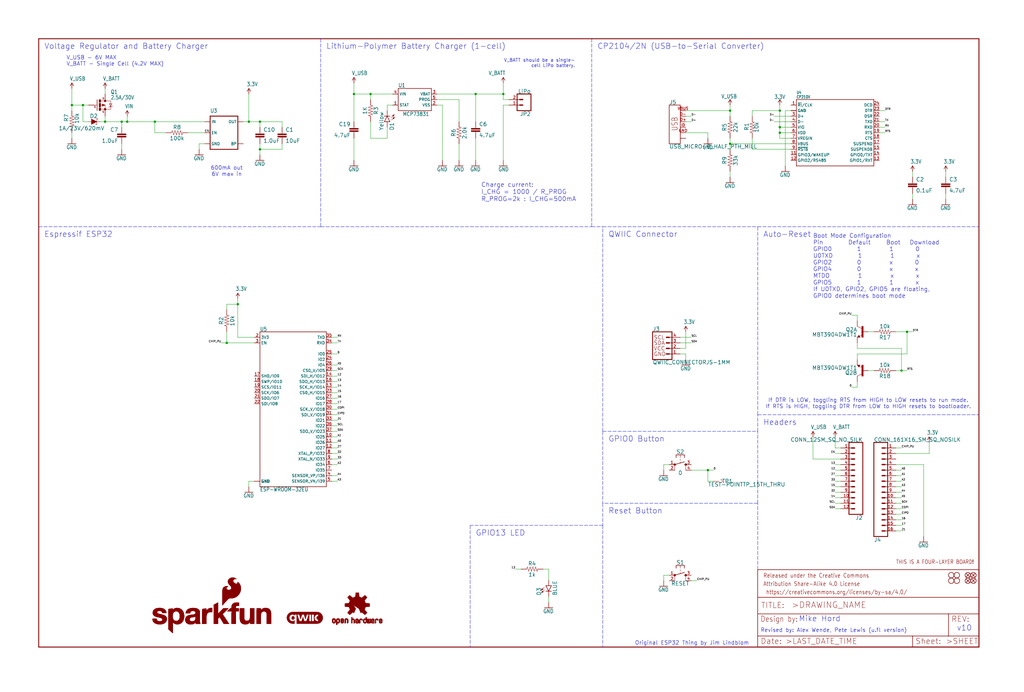
<source format=kicad_sch>
(kicad_sch (version 20211123) (generator eeschema)
  (paper "User" 470.306 317.906)
  (lib_symbols
    (symbol "schematicEagle-eagle-import:0.1UF-0402T-16V-10%"
      (property "Reference" "C" (at 1.524 2.921 0))
      (property "Value" "0.1UF-0402T-16V-10%" (at 1.524 -2.159 0))
      (symbol "0.1UF-0402T-16V-10%_1_0"
        (pin passive line (at 0 5.08 270) (length 2.54) (name "1") (number "1"))
        (pin passive line (at 0 -2.54 90) (length 2.54) (name "2") (number "2"))
      )
    )
    (symbol "schematicEagle-eagle-import:1.0UF-0402T-16V-10%"
      (property "Reference" "C" (at 1.524 2.921 0))
      (property "Value" "1.0UF-0402T-16V-10%" (at 1.524 -2.159 0))
      (symbol "1.0UF-0402T-16V-10%_1_0"
        (pin passive line (at 0 5.08 270) (length 2.54) (name "1") (number "1"))
        (pin passive line (at 0 -2.54 90) (length 2.54) (name "2") (number "2"))
      )
    )
    (symbol "schematicEagle-eagle-import:100KOHM-0402T-1{slash}16W-1%"
      (property "Reference" "R" (at 0 1.524 0))
      (property "Value" "100KOHM-0402T-1{slash}16W-1%" (at 0 -1.524 0))
      (symbol "100KOHM-0402T-1{slash}16W-1%_1_0"
        (pin passive line (at -5.08 0 0) (length 2.54) (name "1") (number "1"))
        (pin passive line (at 5.08 0 180) (length 2.54) (name "2") (number "2"))
      )
    )
    (symbol "schematicEagle-eagle-import:10KOHM-0603-1{slash}10W-1%"
      (property "Reference" "R" (at 0 1.524 0))
      (property "Value" "10KOHM-0603-1{slash}10W-1%" (at 0 -1.524 0))
      (symbol "10KOHM-0603-1{slash}10W-1%_1_0"
        (pin passive line (at -5.08 0 0) (length 2.54) (name "1") (number "1"))
        (pin passive line (at 5.08 0 180) (length 2.54) (name "2") (number "2"))
      )
    )
    (symbol "schematicEagle-eagle-import:10UF-0603-6.3V-20%"
      (property "Reference" "C" (at 1.524 2.921 0))
      (property "Value" "10UF-0603-6.3V-20%" (at 1.524 -2.159 0))
      (symbol "10UF-0603-6.3V-20%_1_0"
        (pin passive line (at 0 5.08 270) (length 2.54) (name "1") (number "1"))
        (pin passive line (at 0 -2.54 90) (length 2.54) (name "2") (number "2"))
      )
    )
    (symbol "schematicEagle-eagle-import:1KOHM-0603-1{slash}10W-1%"
      (property "Reference" "R" (at 0 1.524 0))
      (property "Value" "1KOHM-0603-1{slash}10W-1%" (at 0 -1.524 0))
      (symbol "1KOHM-0603-1{slash}10W-1%_1_0"
        (pin passive line (at -5.08 0 0) (length 2.54) (name "1") (number "1"))
        (pin passive line (at 5.08 0 180) (length 2.54) (name "2") (number "2"))
      )
    )
    (symbol "schematicEagle-eagle-import:1KOHM-1{slash}10W-1%(0603)"
      (property "Reference" "R" (at 0 1.524 0))
      (property "Value" "1KOHM-1{slash}10W-1%(0603)" (at 0 -1.524 0))
      (symbol "1KOHM-1{slash}10W-1%(0603)_1_0"
        (pin passive line (at -5.08 0 0) (length 2.54) (name "1") (number "1"))
        (pin passive line (at 5.08 0 180) (length 2.54) (name "2") (number "2"))
      )
    )
    (symbol "schematicEagle-eagle-import:2.0KOHM1{slash}10W5%(0603)"
      (property "Reference" "R" (at 0 1.524 0))
      (property "Value" "2.0KOHM1{slash}10W5%(0603)" (at 0 -1.524 0))
      (symbol "2.0KOHM1{slash}10W5%(0603)_1_0"
        (pin passive line (at -5.08 0 0) (length 2.54) (name "1") (number "1"))
        (pin passive line (at 5.08 0 180) (length 2.54) (name "2") (number "2"))
      )
    )
    (symbol "schematicEagle-eagle-import:22KOHM-0402_TIGHT-1{slash}10W-1%"
      (property "Reference" "R" (at 0 1.524 0))
      (property "Value" "22KOHM-0402_TIGHT-1{slash}10W-1%" (at 0 -1.524 0))
      (symbol "22KOHM-0402_TIGHT-1{slash}10W-1%_1_0"
        (pin passive line (at -5.08 0 0) (length 2.54) (name "1") (number "1"))
        (pin passive line (at 5.08 0 180) (length 2.54) (name "2") (number "2"))
      )
    )
    (symbol "schematicEagle-eagle-import:3.3V" (power)
      (property "Value" "3.3V" (at 0 2.794 0))
      (symbol "3.3V_1_0"
        (pin power_in line (at 0 0 90) (length 2.54) (name "3.3V") (number "1"))
      )
    )
    (symbol "schematicEagle-eagle-import:33KOHM-0402T-1{slash}16W-1%"
      (property "Reference" "R" (at 0 1.524 0))
      (property "Value" "33KOHM-0402T-1{slash}16W-1%" (at 0 -1.524 0))
      (symbol "33KOHM-0402T-1{slash}16W-1%_1_0"
        (pin passive line (at -5.08 0 0) (length 2.54) (name "1") (number "1"))
        (pin passive line (at 5.08 0 180) (length 2.54) (name "2") (number "2"))
      )
    )
    (symbol "schematicEagle-eagle-import:4.7UF-0402_TIGHT-6.3V-20%-X5R"
      (property "Reference" "C" (at 1.524 2.921 0))
      (property "Value" "4.7UF-0402_TIGHT-6.3V-20%-X5R" (at 1.524 -2.159 0))
      (symbol "4.7UF-0402_TIGHT-6.3V-20%-X5R_1_0"
        (pin passive line (at 0 5.08 270) (length 2.54) (name "1") (number "1"))
        (pin passive line (at 0 -2.54 90) (length 2.54) (name "2") (number "2"))
      )
    )
    (symbol "schematicEagle-eagle-import:CONN_02-JST-2MM-SMT"
      (property "Reference" "J" (at -2.54 5.588 0))
      (property "Value" "CONN_02-JST-2MM-SMT" (at -2.54 -4.826 0))
      (symbol "CONN_02-JST-2MM-SMT_1_0"
        (pin passive line (at 7.62 2.54 180) (length 5.08) (name "2") (number "1"))
        (pin passive line (at 7.62 0 180) (length 5.08) (name "1") (number "2"))
      )
    )
    (symbol "schematicEagle-eagle-import:CONN_12SM_SQ_NO_SILK"
      (property "Reference" "J" (at 0 15.748 0))
      (property "Value" "CONN_12SM_SQ_NO_SILK" (at 0 -20.066 0))
      (symbol "CONN_12SM_SQ_NO_SILK_1_0"
        (pin passive line (at 10.16 -15.24 180) (length 5.08) (name "1") (number "1"))
        (pin passive line (at 10.16 7.62 180) (length 5.08) (name "10") (number "10"))
        (pin passive line (at 10.16 10.16 180) (length 5.08) (name "11") (number "11"))
        (pin passive line (at 10.16 12.7 180) (length 5.08) (name "12") (number "12"))
        (pin passive line (at 10.16 -12.7 180) (length 5.08) (name "2") (number "2"))
        (pin passive line (at 10.16 -10.16 180) (length 5.08) (name "3") (number "3"))
        (pin passive line (at 10.16 -7.62 180) (length 5.08) (name "4") (number "4"))
        (pin passive line (at 10.16 -5.08 180) (length 5.08) (name "5") (number "5"))
        (pin passive line (at 10.16 -2.54 180) (length 5.08) (name "6") (number "6"))
        (pin passive line (at 10.16 0 180) (length 5.08) (name "7") (number "7"))
        (pin passive line (at 10.16 2.54 180) (length 5.08) (name "8") (number "8"))
        (pin passive line (at 10.16 5.08 180) (length 5.08) (name "9") (number "9"))
      )
    )
    (symbol "schematicEagle-eagle-import:CONN_161X16_SM_SQ_NOSILK"
      (property "Reference" "J" (at 0 20.828 0))
      (property "Value" "CONN_161X16_SM_SQ_NOSILK" (at 0 -25.146 0))
      (symbol "CONN_161X16_SM_SQ_NOSILK_1_0"
        (pin passive line (at 10.16 -20.32 180) (length 5.08) (name "1") (number "1"))
        (pin passive line (at 10.16 2.54 180) (length 5.08) (name "10") (number "10"))
        (pin passive line (at 10.16 5.08 180) (length 5.08) (name "11") (number "11"))
        (pin passive line (at 10.16 7.62 180) (length 5.08) (name "12") (number "12"))
        (pin passive line (at 10.16 10.16 180) (length 5.08) (name "13") (number "13"))
        (pin passive line (at 10.16 12.7 180) (length 5.08) (name "14") (number "14"))
        (pin passive line (at 10.16 15.24 180) (length 5.08) (name "15") (number "15"))
        (pin passive line (at 10.16 17.78 180) (length 5.08) (name "16") (number "16"))
        (pin passive line (at 10.16 -17.78 180) (length 5.08) (name "2") (number "2"))
        (pin passive line (at 10.16 -15.24 180) (length 5.08) (name "3") (number "3"))
        (pin passive line (at 10.16 -12.7 180) (length 5.08) (name "4") (number "4"))
        (pin passive line (at 10.16 -10.16 180) (length 5.08) (name "5") (number "5"))
        (pin passive line (at 10.16 -7.62 180) (length 5.08) (name "6") (number "6"))
        (pin passive line (at 10.16 -5.08 180) (length 5.08) (name "7") (number "7"))
        (pin passive line (at 10.16 -2.54 180) (length 5.08) (name "8") (number "8"))
        (pin passive line (at 10.16 0 180) (length 5.08) (name "9") (number "9"))
      )
    )
    (symbol "schematicEagle-eagle-import:CP2102N"
      (property "Reference" "U" (at -17.78 17.78 0))
      (property "Value" "CP2102N" (at -17.78 15.748 0))
      (symbol "CP2102N_1_0"
        (pin bidirectional line (at -20.32 12.7 0) (length 2.54) (name "~{RI}/CLK") (number "1"))
        (pin bidirectional line (at -20.32 -10.16 0) (length 2.54) (name "GPIO3/WAKEUP") (number "11"))
        (pin bidirectional line (at -20.32 -12.7 0) (length 2.54) (name "GPIO2/RS485") (number "12"))
        (pin bidirectional line (at 20.32 -12.7 180) (length 2.54) (name "GPIO1/RXT") (number "13"))
        (pin bidirectional line (at 20.32 -10.16 180) (length 2.54) (name "GPIO0/TXT") (number "14"))
        (pin bidirectional line (at 20.32 -7.62 180) (length 2.54) (name "SUSPENDB") (number "15"))
        (pin bidirectional line (at 20.32 -5.08 180) (length 2.54) (name "SUSPEND") (number "17"))
        (pin bidirectional line (at 20.32 -2.54 180) (length 2.54) (name "CTS") (number "18"))
        (pin bidirectional line (at 20.32 0 180) (length 2.54) (name "RTS") (number "19"))
        (pin bidirectional line (at -20.32 10.16 0) (length 2.54) (name "GND") (number "2"))
        (pin bidirectional line (at 20.32 2.54 180) (length 2.54) (name "RXD") (number "20"))
        (pin bidirectional line (at 20.32 5.08 180) (length 2.54) (name "TXD") (number "21"))
        (pin bidirectional line (at 20.32 7.62 180) (length 2.54) (name "DSR") (number "22"))
        (pin bidirectional line (at 20.32 10.16 180) (length 2.54) (name "DTR") (number "23"))
        (pin bidirectional line (at 20.32 12.7 180) (length 2.54) (name "DCD") (number "24"))
        (pin bidirectional line (at -20.32 7.62 0) (length 2.54) (name "D+") (number "3"))
        (pin bidirectional line (at -20.32 5.08 0) (length 2.54) (name "D-") (number "4"))
        (pin bidirectional line (at -20.32 2.54 0) (length 2.54) (name "VIO") (number "5"))
        (pin bidirectional line (at -20.32 0 0) (length 2.54) (name "VDD") (number "6"))
        (pin bidirectional line (at -20.32 -2.54 0) (length 2.54) (name "VREGIN") (number "7"))
        (pin bidirectional line (at -20.32 -5.08 0) (length 2.54) (name "VBUS") (number "8"))
        (pin bidirectional line (at -20.32 -7.62 0) (length 2.54) (name "~{RSTB}") (number "9"))
        (pin bidirectional line (at -20.32 10.16 0) (length 2.54) (name "GND") (number "PAD"))
      )
    )
    (symbol "schematicEagle-eagle-import:DIODE-SCHOTTKY-BAT20J"
      (property "Reference" "D" (at -2.54 2.032 0))
      (property "Value" "DIODE-SCHOTTKY-BAT20J" (at -2.54 -2.032 0))
      (symbol "DIODE-SCHOTTKY-BAT20J_1_0"
        (pin passive line (at -2.54 0 0) (length 0) (name "A") (number "A"))
        (pin passive line (at 2.54 0 180) (length 0) (name "C") (number "C"))
      )
    )
    (symbol "schematicEagle-eagle-import:ESP-WROOM-3232U-NARROW"
      (property "Reference" "U" (at -15.24 35.814 0))
      (property "Value" "ESP-WROOM-3232U-NARROW" (at -15.24 -35.814 0))
      (symbol "ESP-WROOM-3232U-NARROW_1_0"
        (pin bidirectional line (at -17.78 -33.02 0) (length 2.54) (name "GND") (number "1"))
        (pin bidirectional line (at 17.78 -12.7 180) (length 2.54) (name "IO25") (number "10"))
        (pin bidirectional line (at 17.78 -15.24 180) (length 2.54) (name "IO26") (number "11"))
        (pin bidirectional line (at 17.78 -17.78 180) (length 2.54) (name "IO27") (number "12"))
        (pin bidirectional line (at 17.78 10.16 180) (length 2.54) (name "SCK_H/IO14") (number "13"))
        (pin bidirectional line (at 17.78 15.24 180) (length 2.54) (name "SDI_H/IO12") (number "14"))
        (pin bidirectional line (at -17.78 -33.02 0) (length 2.54) (name "GND") (number "15"))
        (pin bidirectional line (at 17.78 12.7 180) (length 2.54) (name "SDO_H/IO13") (number "16"))
        (pin bidirectional line (at -17.78 15.24 0) (length 2.54) (name "SHD/IO9") (number "17"))
        (pin bidirectional line (at -17.78 12.7 0) (length 2.54) (name "SWP/IO10") (number "18"))
        (pin bidirectional line (at -17.78 10.16 0) (length 2.54) (name "SCS/IO11") (number "19"))
        (pin bidirectional line (at -17.78 33.02 0) (length 2.54) (name "3V3") (number "2"))
        (pin bidirectional line (at -17.78 7.62 0) (length 2.54) (name "SCK/IO6") (number "20"))
        (pin bidirectional line (at -17.78 5.08 0) (length 2.54) (name "SDO/IO7") (number "21"))
        (pin bidirectional line (at -17.78 2.54 0) (length 2.54) (name "SDI/IO8") (number "22"))
        (pin bidirectional line (at 17.78 7.62 180) (length 2.54) (name "CS0_H/IO15") (number "23"))
        (pin bidirectional line (at 17.78 22.86 180) (length 2.54) (name "IO2") (number "24"))
        (pin bidirectional line (at 17.78 25.4 180) (length 2.54) (name "IO0") (number "25"))
        (pin bidirectional line (at 17.78 20.32 180) (length 2.54) (name "IO4") (number "26"))
        (pin bidirectional line (at 17.78 5.08 180) (length 2.54) (name "IO16") (number "27"))
        (pin bidirectional line (at 17.78 2.54 180) (length 2.54) (name "IO17") (number "28"))
        (pin bidirectional line (at 17.78 17.78 180) (length 2.54) (name "CS0_V/IO5") (number "29"))
        (pin bidirectional line (at -17.78 30.48 0) (length 2.54) (name "EN") (number "3"))
        (pin bidirectional line (at 17.78 0 180) (length 2.54) (name "SCK_V/IO18") (number "30"))
        (pin bidirectional line (at 17.78 -2.54 180) (length 2.54) (name "SDI_V/IO19") (number "31"))
        (pin bidirectional line (at 17.78 -5.08 180) (length 2.54) (name "IO21") (number "33"))
        (pin bidirectional line (at 17.78 30.48 180) (length 2.54) (name "RXD") (number "34"))
        (pin bidirectional line (at 17.78 33.02 180) (length 2.54) (name "TXD") (number "35"))
        (pin bidirectional line (at 17.78 -7.62 180) (length 2.54) (name "IO22") (number "36"))
        (pin bidirectional line (at 17.78 -10.16 180) (length 2.54) (name "SDO_V/IO23") (number "37"))
        (pin bidirectional line (at -17.78 -33.02 0) (length 2.54) (name "GND") (number "38"))
        (pin bidirectional line (at 17.78 -30.48 180) (length 2.54) (name "SENSOR_VP/I36") (number "4"))
        (pin bidirectional line (at 17.78 -33.02 180) (length 2.54) (name "SENSOR_VN/I39") (number "5"))
        (pin bidirectional line (at 17.78 -25.4 180) (length 2.54) (name "IO34") (number "6"))
        (pin bidirectional line (at 17.78 -27.94 180) (length 2.54) (name "IO35") (number "7"))
        (pin bidirectional line (at 17.78 -20.32 180) (length 2.54) (name "XTAL_P/IO32") (number "8"))
        (pin bidirectional line (at 17.78 -22.86 180) (length 2.54) (name "XTAL_N/IO33") (number "9"))
        (pin bidirectional line (at -17.78 -33.02 0) (length 2.54) (name "GND") (number "GND"))
        (pin bidirectional line (at -17.78 -33.02 0) (length 2.54) (name "GND") (number "P$1"))
        (pin bidirectional line (at -17.78 -33.02 0) (length 2.54) (name "GND") (number "P$2"))
        (pin bidirectional line (at -17.78 -33.02 0) (length 2.54) (name "GND") (number "P$3"))
        (pin bidirectional line (at -17.78 -33.02 0) (length 2.54) (name "GND") (number "P$4"))
        (pin bidirectional line (at -17.78 -33.02 0) (length 2.54) (name "GND") (number "P$5"))
        (pin bidirectional line (at -17.78 -33.02 0) (length 2.54) (name "GND") (number "P$6"))
        (pin bidirectional line (at -17.78 -33.02 0) (length 2.54) (name "GND") (number "P$7"))
        (pin bidirectional line (at -17.78 -33.02 0) (length 2.54) (name "GND") (number "P$8"))
      )
    )
    (symbol "schematicEagle-eagle-import:FIDUCIALUFIDUCIAL")
    (symbol "schematicEagle-eagle-import:FOUR_LAYER_WARNING"
      (symbol "FOUR_LAYER_WARNING_1_0"
        (text "THIS IS A FOUR-LAYER BOARD!" (at 0 0 0) (effects (font (size 1.778 1.5113)) (justify left bottom)))
      )
    )
    (symbol "schematicEagle-eagle-import:FRAME-LEDGER"
      (symbol "FRAME-LEDGER_2_0"
        (text " https://creativecommons.org/licenses/by-sa/4.0/" (at 2.54 24.13 0) (effects (font (size 1.9304 1.6408)) (justify left bottom)))
        (text ">DRAWING_NAME" (at 15.494 17.78 0) (effects (font (size 2.7432 2.7432)) (justify left bottom)))
        (text ">LAST_DATE_TIME" (at 12.7 1.27 0) (effects (font (size 2.54 2.54)) (justify left bottom)))
        (text ">SHEET" (at 86.36 1.27 0) (effects (font (size 2.54 2.54)) (justify left bottom)))
        (text "Attribution Share-Alike 4.0 License" (at 2.54 27.94 0) (effects (font (size 1.9304 1.6408)) (justify left bottom)))
        (text "Date:" (at 1.27 1.27 0) (effects (font (size 2.54 2.54)) (justify left bottom)))
        (text "Design by:" (at 1.27 11.43 0) (effects (font (size 2.54 2.159)) (justify left bottom)))
        (text "Released under the Creative Commons" (at 2.54 31.75 0) (effects (font (size 1.9304 1.6408)) (justify left bottom)))
        (text "REV:" (at 88.9 11.43 0) (effects (font (size 2.54 2.54)) (justify left bottom)))
        (text "Sheet:" (at 72.39 1.27 0) (effects (font (size 2.54 2.54)) (justify left bottom)))
        (text "TITLE:" (at 1.524 17.78 0) (effects (font (size 2.54 2.54)) (justify left bottom)))
      )
    )
    (symbol "schematicEagle-eagle-import:GND" (power)
      (property "Value" "GND" (at 0 -0.254 0))
      (symbol "GND_1_0"
        (pin power_in line (at 0 2.54 270) (length 2.54) (name "GND") (number "1"))
      )
    )
    (symbol "schematicEagle-eagle-import:LED-BLUE0603"
      (property "Reference" "D" (at -3.429 -4.572 90))
      (property "Value" "LED-BLUE0603" (at 1.905 -4.572 90))
      (symbol "LED-BLUE0603_1_0"
        (pin passive line (at 0 2.54 270) (length 2.54) (name "A") (number "A"))
        (pin passive line (at 0 -5.08 90) (length 2.54) (name "C") (number "C"))
      )
    )
    (symbol "schematicEagle-eagle-import:LED-YELLOW0603"
      (property "Reference" "D" (at -3.429 -4.572 90))
      (property "Value" "LED-YELLOW0603" (at 1.905 -4.572 90))
      (symbol "LED-YELLOW0603_1_0"
        (pin passive line (at 0 2.54 270) (length 2.54) (name "A") (number "A"))
        (pin passive line (at 0 -5.08 90) (length 2.54) (name "C") (number "C"))
      )
    )
    (symbol "schematicEagle-eagle-import:MCP73831"
      (property "Reference" "U" (at -7.62 5.588 0))
      (property "Value" "MCP73831" (at -7.62 -7.62 0))
      (symbol "MCP73831_1_0"
        (pin output line (at -10.16 -2.54 0) (length 2.54) (name "STAT") (number "1"))
        (pin power_in line (at 10.16 -2.54 180) (length 2.54) (name "VSS") (number "2"))
        (pin power_in line (at 10.16 2.54 180) (length 2.54) (name "VBAT") (number "3"))
        (pin power_in line (at -10.16 2.54 0) (length 2.54) (name "VIN") (number "4"))
        (pin input line (at 10.16 0 180) (length 2.54) (name "PROG") (number "5"))
      )
    )
    (symbol "schematicEagle-eagle-import:MOMENTARY-SWITCH-SPST-2-SMD-4.6X2.8MM"
      (property "Reference" "S" (at 0 4.826 0))
      (property "Value" "MOMENTARY-SWITCH-SPST-2-SMD-4.6X2.8MM" (at 0 -2.794 0))
      (symbol "MOMENTARY-SWITCH-SPST-2-SMD-4.6X2.8MM_1_0"
        (pin passive line (at -5.08 0 0) (length 2.54) (name "1") (number "1"))
        (pin passive line (at -5.08 -2.54 0) (length 2.54) (name "2") (number "2"))
        (pin passive line (at 5.08 0 180) (length 2.54) (name "3") (number "3"))
        (pin passive line (at 5.08 -2.54 180) (length 2.54) (name "4") (number "4"))
      )
    )
    (symbol "schematicEagle-eagle-import:MOSFET-PCHANNELDMG2307L"
      (property "Reference" "Q" (at 5.08 2.54 0))
      (property "Value" "MOSFET-PCHANNELDMG2307L" (at 5.08 0 0))
      (symbol "MOSFET-PCHANNELDMG2307L_1_0"
        (text "D" (at -1.27 2.54 0) (effects (font (size 0.8128 0.6908)) (justify left bottom)))
        (text "G" (at -5.08 -1.27 0) (effects (font (size 0.8128 0.6908)) (justify left bottom)))
        (text "S" (at -1.27 -3.556 0) (effects (font (size 0.8128 0.6908)) (justify left bottom)))
        (pin passive line (at -7.62 0 0) (length 2.54) (name "G") (number "1"))
        (pin passive line (at 0 -5.08 90) (length 2.54) (name "S") (number "2"))
        (pin passive line (at 0 5.08 270) (length 2.54) (name "D") (number "3"))
      )
    )
    (symbol "schematicEagle-eagle-import:OSHW-LOGOMINI")
    (symbol "schematicEagle-eagle-import:QWIIC_CONNECTORJS-1MM"
      (property "Reference" "J" (at -5.08 7.874 0))
      (property "Value" "QWIIC_CONNECTORJS-1MM" (at -5.08 -5.334 0))
      (symbol "QWIIC_CONNECTORJS-1MM_1_0"
        (text "GND" (at -4.572 -2.54 0) (effects (font (size 1.778 1.778)) (justify left)))
        (text "SCL" (at -4.572 5.08 0) (effects (font (size 1.778 1.778)) (justify left)))
        (text "SDA" (at -4.572 2.54 0) (effects (font (size 1.778 1.778)) (justify left)))
        (text "VCC" (at -4.572 0 0) (effects (font (size 1.778 1.778)) (justify left)))
        (pin power_in line (at 7.62 -2.54 180) (length 5.08) (name "1") (number "1"))
        (pin power_in line (at 7.62 0 180) (length 5.08) (name "2") (number "2"))
        (pin passive line (at 7.62 2.54 180) (length 5.08) (name "3") (number "3"))
        (pin passive line (at 7.62 5.08 180) (length 5.08) (name "4") (number "4"))
      )
    )
    (symbol "schematicEagle-eagle-import:QWIIC_LOGO_5MM")
    (symbol "schematicEagle-eagle-import:SFE_LOGO_NAME_FLAME.1_INCH")
    (symbol "schematicEagle-eagle-import:STAND-OFFTIGHT")
    (symbol "schematicEagle-eagle-import:TEST-POINTTP_15TH_THRU"
      (property "Reference" "TP" (at -2.54 2.54 0))
      (property "Value" "TEST-POINTTP_15TH_THRU" (at -2.54 -2.54 0))
      (symbol "TEST-POINTTP_15TH_THRU_1_0"
        (pin bidirectional line (at 0 0 180) (length 0) (name "1") (number "P$1"))
      )
    )
    (symbol "schematicEagle-eagle-import:TRANS_NPN_DUAL-MBT3904DW1T1"
      (property "Reference" "Q" (at 2.54 0 0))
      (property "Value" "TRANS_NPN_DUAL-MBT3904DW1T1" (at 2.54 -2.286 0))
      (symbol "TRANS_NPN_DUAL-MBT3904DW1T1_1_0"
        (pin passive line (at 2.54 5.08 270) (length 2.54) (name "C") (number "3"))
        (pin passive line (at 2.54 -5.08 90) (length 2.54) (name "E") (number "4"))
        (pin passive line (at -2.54 0 0) (length 2.54) (name "B") (number "5"))
      )
      (symbol "TRANS_NPN_DUAL-MBT3904DW1T1_2_0"
        (pin passive line (at 2.54 -5.08 90) (length 2.54) (name "E") (number "1"))
        (pin passive line (at -2.54 0 0) (length 2.54) (name "B") (number "2"))
        (pin passive line (at 2.54 5.08 270) (length 2.54) (name "C") (number "6"))
      )
    )
    (symbol "schematicEagle-eagle-import:USB_MICRO-B_HALF_PTH_MILL"
      (property "Reference" "J" (at -2.54 10.414 0))
      (property "Value" "USB_MICRO-B_HALF_PTH_MILL" (at -2.54 -9.906 0))
      (symbol "USB_MICRO-B_HALF_PTH_MILL_1_0"
        (text "USB" (at 0 1.524 900) (effects (font (size 2.54 2.159))))
        (pin bidirectional line (at 5.08 2.54 180) (length 2.54) (name "D+") (number "D+"))
        (pin bidirectional line (at 5.08 5.08 180) (length 2.54) (name "D-") (number "D-"))
        (pin power_in line (at 5.08 -2.54 180) (length 2.54) (name "GND") (number "GND"))
        (pin bidirectional line (at 5.08 0 180) (length 2.54) (name "ID") (number "ID"))
        (pin bidirectional line (at 5.08 -5.08 180) (length 2.54) (name "SHIELD") (number "SHIELD"))
        (pin bidirectional line (at 5.08 -5.08 180) (length 2.54) (name "SHIELD") (number "SHIELD10"))
        (pin bidirectional line (at 5.08 -5.08 180) (length 2.54) (name "SHIELD") (number "SHIELD2"))
        (pin bidirectional line (at 5.08 -5.08 180) (length 2.54) (name "SHIELD") (number "SHIELD3"))
        (pin bidirectional line (at 5.08 -5.08 180) (length 2.54) (name "SHIELD") (number "SHIELD4"))
        (pin bidirectional line (at 5.08 -5.08 180) (length 2.54) (name "SHIELD") (number "SHIELD5"))
        (pin bidirectional line (at 5.08 -5.08 180) (length 2.54) (name "SHIELD") (number "SHIELD6"))
        (pin bidirectional line (at 5.08 -5.08 180) (length 2.54) (name "SHIELD") (number "SHIELD7"))
        (pin bidirectional line (at 5.08 -5.08 180) (length 2.54) (name "SHIELD") (number "SHIELD8"))
        (pin bidirectional line (at 5.08 -5.08 180) (length 2.54) (name "SHIELD") (number "SHIELD9"))
        (pin power_in line (at 5.08 7.62 180) (length 2.54) (name "VBUS") (number "VBUS"))
      )
    )
    (symbol "schematicEagle-eagle-import:VIN" (power)
      (property "Value" "VIN" (at -1.016 3.556 0))
      (symbol "VIN_1_0"
        (pin power_in line (at 0 0 90) (length 2.54) (name "VIN") (number "1"))
      )
    )
    (symbol "schematicEagle-eagle-import:V_BATT" (power)
      (property "Value" "V_BATT" (at -1.016 3.556 0))
      (symbol "V_BATT_1_0"
        (pin power_in line (at 0 0 90) (length 2.54) (name "V_BATT") (number "1"))
      )
    )
    (symbol "schematicEagle-eagle-import:V_REG_LDOSMD"
      (property "Reference" "U" (at -7.62 9.144 0))
      (property "Value" "V_REG_LDOSMD" (at -7.62 -11.43 0))
      (symbol "V_REG_LDOSMD_1_0"
        (pin input line (at -10.16 5.08 0) (length 2.54) (name "IN") (number "1"))
        (pin input line (at -10.16 -5.08 0) (length 2.54) (name "GND") (number "2"))
        (pin input line (at -10.16 0 0) (length 2.54) (name "EN") (number "3"))
        (pin input line (at 7.62 -5.08 180) (length 2.54) (name "BP") (number "4"))
        (pin passive line (at 7.62 5.08 180) (length 2.54) (name "OUT") (number "5"))
      )
    )
    (symbol "schematicEagle-eagle-import:V_USB" (power)
      (property "Value" "V_USB" (at -1.016 3.556 0))
      (symbol "V_USB_1_0"
        (pin power_in line (at 0 0 90) (length 2.54) (name "V_USB") (number "1"))
      )
    )
  )
  (junction (at 104.14 157.48))
  (junction (at 335.28 66.04))
  (junction (at 55.88 55.88))
  (junction (at 231.14 43.18))
  (junction (at 325.12 215.9))
  (junction (at 358.14 60.96))
  (junction (at 48.26 55.88))
  (junction (at 119.38 68.58))
  (junction (at 416.56 152.4))
  (junction (at 71.12 55.88))
  (junction (at 335.28 50.8))
  (junction (at 358.14 58.42))
  (junction (at 33.02 48.26))
  (junction (at 109.22 139.7))
  (junction (at 114.3 55.88))
  (junction (at 218.44 43.18))
  (junction (at 58.42 55.88))
  (junction (at 38.1 48.26))
  (junction (at 162.56 43.18))
  (junction (at 414.02 170.18))
  (junction (at 170.18 43.18))
  (junction (at 119.38 55.88))
  (junction (at 358.14 50.8))
  (wire (pts (xy 48.26 53.34) (xy 48.26 55.88)))
  (polyline (pts (xy 276.86 241.3) (xy 215.9 241.3)))
  (wire (pts (xy 203.2 48.26) (xy 203.2 73.66)))
  (wire (pts (xy 38.1 55.88) (xy 40.64 55.88)))
  (wire (pts (xy 393.7 147.32) (xy 393.7 144.78)))
  (wire (pts (xy 325.12 215.9) (xy 327.66 215.9)))
  (wire (pts (xy 345.44 53.34) (xy 345.44 50.8)))
  (wire (pts (xy 335.28 53.34) (xy 335.28 50.8)))
  (wire (pts (xy 355.6 53.34) (xy 363.22 53.34)))
  (wire (pts (xy 152.4 205.74) (xy 154.94 205.74)))
  (wire (pts (xy 335.28 78.74) (xy 335.28 81.28)))
  (wire (pts (xy 411.48 236.22) (xy 414.02 236.22)))
  (wire (pts (xy 416.56 162.56) (xy 416.56 152.4)))
  (wire (pts (xy 129.54 68.58) (xy 129.54 66.04)))
  (wire (pts (xy 86.36 60.96) (xy 93.98 60.96)))
  (wire (pts (xy 411.48 220.98) (xy 414.02 220.98)))
  (wire (pts (xy 116.84 220.98) (xy 114.3 220.98)))
  (wire (pts (xy 360.68 50.8) (xy 363.22 50.8)))
  (wire (pts (xy 48.26 40.64) (xy 48.26 43.18)))
  (wire (pts (xy 91.44 66.04) (xy 91.44 68.58)))
  (wire (pts (xy 393.7 165.1) (xy 393.7 162.56)))
  (wire (pts (xy 152.4 167.64) (xy 154.94 167.64)))
  (wire (pts (xy 218.44 43.18) (xy 200.66 43.18)))
  (wire (pts (xy 411.48 218.44) (xy 414.02 218.44)))
  (wire (pts (xy 218.44 55.88) (xy 218.44 43.18)))
  (wire (pts (xy 317.5 266.7) (xy 320.04 266.7)))
  (polyline (pts (xy 271.78 17.78) (xy 271.78 104.14)))
  (wire (pts (xy 71.12 55.88) (xy 58.42 55.88)))
  (wire (pts (xy 363.22 68.58) (xy 345.44 68.58)))
  (wire (pts (xy 152.4 182.88) (xy 154.94 182.88)))
  (wire (pts (xy 411.48 233.68) (xy 414.02 233.68)))
  (wire (pts (xy 170.18 45.72) (xy 170.18 43.18)))
  (wire (pts (xy 358.14 58.42) (xy 363.22 58.42)))
  (wire (pts (xy 58.42 55.88) (xy 58.42 53.34)))
  (polyline (pts (xy 347.98 190.5) (xy 449.58 190.5)))
  (wire (pts (xy 363.22 60.96) (xy 358.14 60.96)))
  (wire (pts (xy 33.02 63.5) (xy 33.02 60.96)))
  (wire (pts (xy 152.4 220.98) (xy 154.94 220.98)))
  (wire (pts (xy 231.14 43.18) (xy 218.44 43.18)))
  (wire (pts (xy 312.42 160.02) (xy 314.96 160.02)))
  (wire (pts (xy 218.44 73.66) (xy 218.44 63.5)))
  (wire (pts (xy 411.48 226.06) (xy 414.02 226.06)))
  (wire (pts (xy 180.34 43.18) (xy 170.18 43.18)))
  (wire (pts (xy 152.4 187.96) (xy 154.94 187.96)))
  (wire (pts (xy 231.14 45.72) (xy 231.14 43.18)))
  (wire (pts (xy 393.7 162.56) (xy 416.56 162.56)))
  (wire (pts (xy 403.86 60.96) (xy 406.4 60.96)))
  (wire (pts (xy 152.4 185.42) (xy 154.94 185.42)))
  (wire (pts (xy 104.14 157.48) (xy 101.6 157.48)))
  (wire (pts (xy 426.72 208.28) (xy 426.72 203.2)))
  (wire (pts (xy 304.8 264.16) (xy 304.8 266.7)))
  (wire (pts (xy 401.32 152.4) (xy 398.78 152.4)))
  (wire (pts (xy 152.4 208.28) (xy 154.94 208.28)))
  (wire (pts (xy 386.08 223.52) (xy 383.54 223.52)))
  (polyline (pts (xy 271.78 104.14) (xy 276.86 104.14)))
  (wire (pts (xy 411.48 152.4) (xy 416.56 152.4)))
  (polyline (pts (xy 347.98 190.5) (xy 347.98 104.14)))
  (wire (pts (xy 419.1 88.9) (xy 419.1 91.44)))
  (polyline (pts (xy 276.86 198.12) (xy 347.98 198.12)))
  (wire (pts (xy 152.4 154.94) (xy 154.94 154.94)))
  (wire (pts (xy 170.18 63.5) (xy 170.18 55.88)))
  (wire (pts (xy 360.68 76.2) (xy 360.68 50.8)))
  (wire (pts (xy 345.44 68.58) (xy 345.44 63.5)))
  (wire (pts (xy 393.7 177.8) (xy 391.16 177.8)))
  (wire (pts (xy 55.88 58.42) (xy 55.88 55.88)))
  (wire (pts (xy 393.7 144.78) (xy 391.16 144.78)))
  (wire (pts (xy 325.12 60.96) (xy 325.12 63.5)))
  (wire (pts (xy 411.48 170.18) (xy 414.02 170.18)))
  (wire (pts (xy 33.02 40.64) (xy 33.02 48.26)))
  (wire (pts (xy 239.268 261.366) (xy 236.728 261.366)))
  (wire (pts (xy 325.12 215.9) (xy 325.12 220.98)))
  (wire (pts (xy 200.66 45.72) (xy 210.82 45.72)))
  (wire (pts (xy 434.34 88.9) (xy 434.34 91.44)))
  (wire (pts (xy 109.22 137.16) (xy 109.22 139.7)))
  (wire (pts (xy 119.38 55.88) (xy 119.38 58.42)))
  (wire (pts (xy 152.4 162.56) (xy 154.94 162.56)))
  (wire (pts (xy 210.82 45.72) (xy 210.82 55.88)))
  (wire (pts (xy 152.4 198.12) (xy 154.94 198.12)))
  (wire (pts (xy 109.22 154.94) (xy 116.84 154.94)))
  (wire (pts (xy 109.22 139.7) (xy 109.22 154.94)))
  (wire (pts (xy 325.12 220.98) (xy 327.66 220.98)))
  (wire (pts (xy 119.38 68.58) (xy 129.54 68.58)))
  (wire (pts (xy 373.38 210.82) (xy 373.38 200.66)))
  (wire (pts (xy 411.48 208.28) (xy 426.72 208.28)))
  (wire (pts (xy 55.88 55.88) (xy 58.42 55.88)))
  (wire (pts (xy 317.5 53.34) (xy 314.96 53.34)))
  (polyline (pts (xy 347.98 198.12) (xy 347.98 190.5)))
  (wire (pts (xy 358.14 48.26) (xy 358.14 50.8)))
  (wire (pts (xy 386.08 215.9) (xy 383.54 215.9)))
  (wire (pts (xy 411.48 223.52) (xy 414.02 223.52)))
  (wire (pts (xy 33.02 50.8) (xy 33.02 48.26)))
  (polyline (pts (xy 276.86 241.3) (xy 276.86 297.18)))
  (wire (pts (xy 162.56 73.66) (xy 162.56 63.5)))
  (wire (pts (xy 312.42 157.48) (xy 317.5 157.48)))
  (wire (pts (xy 114.3 55.88) (xy 119.38 55.88)))
  (polyline (pts (xy 215.9 241.3) (xy 215.9 297.18)))
  (wire (pts (xy 114.3 220.98) (xy 114.3 223.52)))
  (wire (pts (xy 119.38 71.12) (xy 119.38 68.58)))
  (wire (pts (xy 386.08 208.28) (xy 383.54 208.28)))
  (wire (pts (xy 416.56 152.4) (xy 419.1 152.4)))
  (wire (pts (xy 414.02 170.18) (xy 414.02 160.02)))
  (wire (pts (xy 152.4 195.58) (xy 154.94 195.58)))
  (wire (pts (xy 152.4 210.82) (xy 154.94 210.82)))
  (wire (pts (xy 355.6 55.88) (xy 363.22 55.88)))
  (wire (pts (xy 93.98 55.88) (xy 71.12 55.88)))
  (polyline (pts (xy 347.98 231.14) (xy 276.86 231.14)))
  (wire (pts (xy 251.968 266.446) (xy 251.968 261.366)))
  (wire (pts (xy 231.14 45.72) (xy 233.68 45.72)))
  (wire (pts (xy 152.4 172.72) (xy 154.94 172.72)))
  (wire (pts (xy 358.14 60.96) (xy 358.14 58.42)))
  (wire (pts (xy 386.08 218.44) (xy 383.54 218.44)))
  (wire (pts (xy 411.48 231.14) (xy 414.02 231.14)))
  (wire (pts (xy 177.8 48.26) (xy 177.8 50.8)))
  (wire (pts (xy 152.4 177.8) (xy 154.94 177.8)))
  (wire (pts (xy 312.42 162.56) (xy 314.96 162.56)))
  (wire (pts (xy 109.22 139.7) (xy 104.14 139.7)))
  (polyline (pts (xy 147.32 104.14) (xy 271.78 104.14)))
  (wire (pts (xy 307.34 213.36) (xy 304.8 213.36)))
  (wire (pts (xy 312.42 154.94) (xy 317.5 154.94)))
  (wire (pts (xy 393.7 177.8) (xy 393.7 175.26)))
  (wire (pts (xy 335.28 68.58) (xy 335.28 66.04)))
  (wire (pts (xy 152.4 193.04) (xy 154.94 193.04)))
  (wire (pts (xy 386.08 210.82) (xy 373.38 210.82)))
  (wire (pts (xy 434.34 81.28) (xy 434.34 78.74)))
  (wire (pts (xy 386.08 226.06) (xy 383.54 226.06)))
  (wire (pts (xy 393.7 160.02) (xy 393.7 157.48)))
  (polyline (pts (xy 147.32 17.78) (xy 147.32 104.14)))
  (wire (pts (xy 386.08 205.74) (xy 383.54 205.74)))
  (wire (pts (xy 307.34 264.16) (xy 304.8 264.16)))
  (wire (pts (xy 386.08 220.98) (xy 383.54 220.98)))
  (wire (pts (xy 386.08 228.6) (xy 383.54 228.6)))
  (wire (pts (xy 104.14 157.48) (xy 104.14 152.4)))
  (wire (pts (xy 71.12 60.96) (xy 71.12 55.88)))
  (wire (pts (xy 231.14 48.26) (xy 231.14 73.66)))
  (wire (pts (xy 76.2 60.96) (xy 71.12 60.96)))
  (wire (pts (xy 177.8 58.42) (xy 177.8 63.5)))
  (wire (pts (xy 200.66 48.26) (xy 203.2 48.26)))
  (wire (pts (xy 251.968 261.366) (xy 249.428 261.366)))
  (wire (pts (xy 162.56 43.18) (xy 162.56 38.1)))
  (wire (pts (xy 38.1 48.26) (xy 33.02 48.26)))
  (wire (pts (xy 386.08 231.14) (xy 383.54 231.14)))
  (polyline (pts (xy 276.86 198.12) (xy 276.86 231.14)))
  (wire (pts (xy 152.4 203.2) (xy 154.94 203.2)))
  (polyline (pts (xy 347.98 231.14) (xy 347.98 198.12)))
  (polyline (pts (xy 276.86 198.12) (xy 276.86 104.14)))
  (wire (pts (xy 152.4 218.44) (xy 154.94 218.44)))
  (polyline (pts (xy 17.78 104.14) (xy 147.32 104.14)))
  (wire (pts (xy 414.02 160.02) (xy 393.7 160.02)))
  (wire (pts (xy 411.48 213.36) (xy 424.18 213.36)))
  (wire (pts (xy 177.8 63.5) (xy 170.18 63.5)))
  (wire (pts (xy 383.54 205.74) (xy 383.54 200.66)))
  (wire (pts (xy 129.54 55.88) (xy 129.54 58.42)))
  (wire (pts (xy 314.96 160.02) (xy 314.96 152.4)))
  (wire (pts (xy 358.14 50.8) (xy 358.14 58.42)))
  (wire (pts (xy 152.4 157.48) (xy 154.94 157.48)))
  (wire (pts (xy 335.28 50.8) (xy 335.28 48.26)))
  (wire (pts (xy 38.1 48.26) (xy 38.1 55.88)))
  (polyline (pts (xy 276.86 104.14) (xy 347.98 104.14)))
  (wire (pts (xy 335.28 50.8) (xy 314.96 50.8)))
  (wire (pts (xy 152.4 200.66) (xy 154.94 200.66)))
  (wire (pts (xy 152.4 175.26) (xy 154.94 175.26)))
  (wire (pts (xy 386.08 233.68) (xy 383.54 233.68)))
  (wire (pts (xy 162.56 43.18) (xy 162.56 55.88)))
  (wire (pts (xy 104.14 139.7) (xy 104.14 142.24)))
  (wire (pts (xy 335.28 66.04) (xy 335.28 63.5)))
  (wire (pts (xy 170.18 43.18) (xy 162.56 43.18)))
  (wire (pts (xy 411.48 238.76) (xy 414.02 238.76)))
  (wire (pts (xy 304.8 213.36) (xy 304.8 215.9)))
  (wire (pts (xy 231.14 48.26) (xy 233.68 48.26)))
  (wire (pts (xy 403.86 50.8) (xy 406.4 50.8)))
  (wire (pts (xy 210.82 66.04) (xy 210.82 73.66)))
  (wire (pts (xy 93.98 66.04) (xy 91.44 66.04)))
  (wire (pts (xy 414.02 170.18) (xy 416.56 170.18)))
  (wire (pts (xy 111.76 55.88) (xy 114.3 55.88)))
  (wire (pts (xy 403.86 58.42) (xy 406.4 58.42)))
  (wire (pts (xy 411.48 228.6) (xy 414.02 228.6)))
  (wire (pts (xy 411.48 215.9) (xy 414.02 215.9)))
  (wire (pts (xy 386.08 213.36) (xy 383.54 213.36)))
  (polyline (pts (xy 347.98 104.14) (xy 449.58 104.14)))
  (wire (pts (xy 424.18 213.36) (xy 424.18 246.38)))
  (wire (pts (xy 114.3 55.88) (xy 114.3 43.18)))
  (wire (pts (xy 251.968 276.606) (xy 251.968 274.066)))
  (polyline (pts (xy 347.98 261.62) (xy 347.98 231.14)))
  (wire (pts (xy 45.72 55.88) (xy 48.26 55.88)))
  (wire (pts (xy 231.14 43.18) (xy 231.14 38.1)))
  (wire (pts (xy 152.4 213.36) (xy 154.94 213.36)))
  (wire (pts (xy 119.38 55.88) (xy 129.54 55.88)))
  (wire (pts (xy 152.4 190.5) (xy 154.94 190.5)))
  (wire (pts (xy 116.84 157.48) (xy 104.14 157.48)))
  (wire (pts (xy 152.4 180.34) (xy 154.94 180.34)))
  (wire (pts (xy 314.96 162.56) (xy 314.96 165.1)))
  (wire (pts (xy 177.8 48.26) (xy 180.34 48.26)))
  (wire (pts (xy 119.38 68.58) (xy 119.38 66.04)))
  (wire (pts (xy 358.14 63.5) (xy 358.14 60.96)))
  (wire (pts (xy 411.48 205.74) (xy 414.02 205.74)))
  (wire (pts (xy 363.22 63.5) (xy 358.14 63.5)))
  (wire (pts (xy 419.1 81.28) (xy 419.1 78.74)))
  (wire (pts (xy 325.12 60.96) (xy 314.96 60.96)))
  (wire (pts (xy 48.26 55.88) (xy 55.88 55.88)))
  (wire (pts (xy 345.44 50.8) (xy 358.14 50.8)))
  (polyline (pts (xy 276.86 231.14) (xy 276.86 241.3)))
  (wire (pts (xy 317.5 55.88) (xy 314.96 55.88)))
  (wire (pts (xy 40.64 48.26) (xy 38.1 48.26)))
  (wire (pts (xy 152.4 170.18) (xy 154.94 170.18)))
  (wire (pts (xy 317.5 215.9) (xy 325.12 215.9)))
  (wire (pts (xy 411.48 241.3) (xy 414.02 241.3)))
  (wire (pts (xy 403.86 55.88) (xy 406.4 55.88)))
  (wire (pts (xy 55.88 66.04) (xy 55.88 68.58)))
  (wire (pts (xy 401.32 170.18) (xy 398.78 170.18)))
  (wire (pts (xy 411.48 243.84) (xy 414.02 243.84)))
  (wire (pts (xy 363.22 66.04) (xy 335.28 66.04)))
  (text "Voltage Regulator and Battery Charger" (at 20.32 22.86 180) (effects (font (size 2.54 2.54)) (justify left bottom)))
  (text "Headers" (at 350.52 195.58 180) (effects (font (size 2.54 2.54)) (justify left bottom)))
  (text "QWIIC Connector" (at 279.4 109.22 180) (effects (font (size 2.54 2.54)) (justify left bottom)))
  (text "Original ESP32 Thing by Jim Lindblom" (at 291.592 296.418 180) (effects (font (size 1.778 1.778)) (justify left bottom)))
  (text "Mike Hord" (at 366.776 285.75 180) (effects (font (size 2.54 2.54)) (justify left bottom)))
  (text "Espressif ESP32" (at 20.32 109.22 180) (effects (font (size 2.54 2.54)) (justify left bottom)))
  (text "GPIO13 LED" (at 218.44 246.38 180) (effects (font (size 2.54 2.54)) (justify left bottom)))
  (text "Lithium-Polymer Battery Charger (1-cell)" (at 149.86 22.86 180) (effects (font (size 2.54 2.54)) (justify left bottom)))
  (text "GPIO0 Button" (at 279.4 203.2 180) (effects (font (size 2.54 2.54)) (justify left bottom)))
  (text "If DTR is LOW, toggling RTS from HIGH to LOW resets to run mode.\nIf RTS is HIGH, toggling DTR from LOW to HIGH resets to bootloader." (at 398.78 182.88 0) (effects (font (size 1.778 1.778)) (justify top)))
  (text "Charge current:\nI_CHG = 1000 / R_PROG\nR_PROG=2k : I_CHG=500mA" (at 220.98 83.82 0) (effects (font (size 2.032 2.032)) (justify left top)))
  (text "v10" (at 439.42 287.02 180) (effects (font (size 2.54 2.54)) (justify left top)))
  (text "V_BATT should be a single-\ncell LiPo battery." (at 264.16 26.924 180) (effects (font (size 1.524 1.524)) (justify right top)))
  (text "Auto-Reset" (at 350.52 109.22 180) (effects (font (size 2.54 2.54)) (justify left bottom)))
  (text "Reset Button" (at 279.4 236.22 180) (effects (font (size 2.54 2.54)) (justify left bottom)))
  (text "Boot Mode Configuration\nPin        Default     Boot   Download\nGPIO0        1         1       0\nU0TXD        1         1       x\nGPIO2        0         x       0\nGPIO4        0         x       x\nMTDO         1         x       x\nGPIO5        1         1       x\nIf U0TXD, GPIO2, GPIO5 are floating,\nGPIO0 determines boot mode" (at 373.38 137.16 0) (effects (font (size 1.905 1.905)) (justify left bottom)))
  (text "Revised by: Alex Wende, Pete Lewis (u.fl version)" (at 349.25 290.576 180) (effects (font (size 1.778 1.778)) (justify left bottom)))
  (text "V_USB - 6V MAX\nV_BATT - Single Cell (4.2V MAX)" (at 30.48 30.48 180) (effects (font (size 1.778 1.778)) (justify left bottom)))
  (text "600mA out\n6V max in" (at 104.14 76.2 180) (effects (font (size 1.778 1.778)) (justify top)))
  (text "CP2104/2N (USB-to-Serial Converter)" (at 274.32 22.86 180) (effects (font (size 2.54 2.54)) (justify left bottom)))
  (label "A4" (at 154.94 218.44 0) (effects (font (size 0.889 0.889))))
  (label "SCL" (at 154.94 195.58 0) (effects (font (size 0.889 0.889))))
  (label "CHIP_PU" (at 414.02 205.74 0) (effects (font (size 0.889 0.889))))
  (label "SCK" (at 414.02 231.14 0) (effects (font (size 0.889 0.889))))
  (label "RTS" (at 406.4 60.96 0) (effects (font (size 0.889 0.889))))
  (label "D-" (at 317.5 53.34 0) (effects (font (size 0.889 0.889))))
  (label "16" (at 154.94 182.88 0) (effects (font (size 0.889 0.889))))
  (label "15" (at 154.94 180.34 0) (effects (font (size 0.889 0.889))))
  (label "A2" (at 154.94 213.36 0) (effects (font (size 0.889 0.889))))
  (label "17" (at 154.94 185.42 0) (effects (font (size 0.889 0.889))))
  (label "A1" (at 414.02 218.44 0) (effects (font (size 0.889 0.889))))
  (label "SDA" (at 154.94 198.12 0) (effects (font (size 0.889 0.889))))
  (label "16" (at 414.02 238.76 0) (effects (font (size 0.889 0.889))))
  (label "SCL" (at 317.5 154.94 0) (effects (font (size 0.889 0.889))))
  (label "0" (at 154.94 162.56 0) (effects (font (size 0.889 0.889))))
  (label "A5" (at 414.02 228.6 0) (effects (font (size 0.889 0.889))))
  (label "SCL" (at 383.54 231.14 180) (effects (font (size 0.889 0.889))))
  (label "17" (at 414.02 241.3 0) (effects (font (size 0.889 0.889))))
  (label "SDA" (at 317.5 157.48 0) (effects (font (size 0.889 0.889))))
  (label "0" (at 391.16 177.8 180) (effects (font (size 0.889 0.889))))
  (label "13" (at 383.54 213.36 180) (effects (font (size 0.889 0.889))))
  (label "15" (at 383.54 223.52 180) (effects (font (size 0.889 0.889))))
  (label "0" (at 327.66 215.9 0) (effects (font (size 0.889 0.889))))
  (label "CHIP_PU" (at 101.6 157.48 180) (effects (font (size 0.889 0.889))))
  (label "A3" (at 154.94 220.98 0) (effects (font (size 0.889 0.889))))
  (label "21" (at 154.94 193.04 0) (effects (font (size 0.889 0.889))))
  (label "CIPO" (at 414.02 236.22 0) (effects (font (size 0.889 0.889))))
  (label "A3" (at 414.02 223.52 0) (effects (font (size 0.889 0.889))))
  (label "A4" (at 414.02 226.06 0) (effects (font (size 0.889 0.889))))
  (label "A0" (at 414.02 215.9 0) (effects (font (size 0.889 0.889))))
  (label "DTR" (at 419.1 152.4 0) (effects (font (size 0.889 0.889))))
  (label "RX" (at 406.4 58.42 0) (effects (font (size 0.889 0.889))))
  (label "SCK" (at 154.94 170.18 0) (effects (font (size 0.889 0.889))))
  (label "EN" (at 383.54 208.28 180) (effects (font (size 0.889 0.889))))
  (label "D+" (at 355.6 53.34 180) (effects (font (size 0.889 0.889))))
  (label "13" (at 236.728 261.366 180) (effects (font (size 0.889 0.889))))
  (label "27" (at 154.94 205.74 0) (effects (font (size 0.889 0.889))))
  (label "13" (at 154.94 175.26 0) (effects (font (size 0.889 0.889))))
  (label "12" (at 154.94 172.72 0) (effects (font (size 0.889 0.889))))
  (label "DTR" (at 406.4 50.8 0) (effects (font (size 0.889 0.889))))
  (label "TX" (at 154.94 157.48 0) (effects (font (size 0.889 0.889))))
  (label "CHIP_PU" (at 391.16 144.78 180) (effects (font (size 0.889 0.889))))
  (label "12" (at 383.54 215.9 180) (effects (font (size 0.889 0.889))))
  (label "CIPO" (at 154.94 190.5 0) (effects (font (size 0.889 0.889))))
  (label "EN" (at 93.98 60.96 0) (effects (font (size 1.016 1.016))))
  (label "33" (at 154.94 210.82 0) (effects (font (size 0.889 0.889))))
  (label "A0" (at 154.94 203.2 0) (effects (font (size 0.889 0.889))))
  (label "D+" (at 317.5 55.88 0) (effects (font (size 0.889 0.889))))
  (label "33" (at 383.54 220.98 180) (effects (font (size 0.889 0.889))))
  (label "RTS" (at 416.56 170.18 0) (effects (font (size 0.889 0.889))))
  (label "A1" (at 154.94 200.66 0) (effects (font (size 0.889 0.889))))
  (label "14" (at 383.54 228.6 180) (effects (font (size 0.889 0.889))))
  (label "TX" (at 406.4 55.88 0) (effects (font (size 0.889 0.889))))
  (label "COPI" (at 414.02 233.68 0) (effects (font (size 0.889 0.889))))
  (label "RX" (at 154.94 154.94 0) (effects (font (size 0.889 0.889))))
  (label "14" (at 154.94 177.8 0) (effects (font (size 0.889 0.889))))
  (label "SDA" (at 383.54 233.68 180) (effects (font (size 0.889 0.889))))
  (label "D-" (at 355.6 55.88 180) (effects (font (size 0.889 0.889))))
  (label "32" (at 383.54 226.06 180) (effects (font (size 0.889 0.889))))
  (label "21" (at 414.02 243.84 0) (effects (font (size 0.889 0.889))))
  (label "A2" (at 414.02 220.98 0) (effects (font (size 0.889 0.889))))
  (label "CHIP_PU" (at 320.04 266.7 0) (effects (font (size 0.889 0.889))))
  (label "27" (at 383.54 218.44 180) (effects (font (size 0.889 0.889))))
  (label "32" (at 154.94 208.28 0) (effects (font (size 0.889 0.889))))
  (label "COPI" (at 154.94 187.96 0) (effects (font (size 0.889 0.889))))
  (label "A5" (at 154.94 167.64 0) (effects (font (size 0.889 0.889))))
  (symbol (lib_id "schematicEagle-eagle-import:V_USB") (at 162.56 38.1 0) (unit 1)
    (property "Reference" "#SUPPLY23" (effects hide))
    (property "Value" "V_USB" (at 161.544 34.544 0) (effects (font (size 1.778 1.5113)) (justify left bottom)))
    (property "Footprint" "schematicEagle:" (effects hide))
  )
  (symbol (lib_id "schematicEagle-eagle-import:3.3V") (at 114.3 43.18 0) (unit 1)
    (property "Reference" "#SUPPLY8" (effects hide))
    (property "Value" "3.3V" (at 113.284 39.624 0) (effects (font (size 1.778 1.5113)) (justify left bottom)))
    (property "Footprint" "schematicEagle:" (effects hide))
  )
  (symbol (lib_id "schematicEagle-eagle-import:FIDUCIALUFIDUCIAL") (at 444.5 264.16 0) (unit 1)
    (property "Reference" "FD2" (effects hide))
    (property "Value" "FIDUCIALUFIDUCIAL" (effects hide))
    (property "Footprint" "schematicEagle:FIDUCIAL-MICRO" (effects hide))
  )
  (symbol (lib_id "schematicEagle-eagle-import:DIODE-SCHOTTKY-BAT20J") (at 43.18 55.88 0) (unit 1)
    (property "Reference" "D2" (at 44.958 52.2986 0) (effects (font (size 1.778 1.778)) (justify right top)))
    (property "Value" "1A/23V/620mV" (at 48.006 57.8866 0) (effects (font (size 1.778 1.778)) (justify right top)))
    (property "Footprint" "schematicEagle:SOD-323" (effects hide))
  )
  (symbol (lib_id "schematicEagle-eagle-import:CONN_161X16_SM_SQ_NOSILK") (at 401.32 226.06 0) (mirror x) (unit 1)
    (property "Reference" "J4" (at 401.32 246.888 0) (effects (font (size 1.778 1.778)) (justify left bottom)))
    (property "Value" "CONN_161X16_SM_SQ_NOSILK" (at 401.32 200.914 0) (effects (font (size 1.778 1.778)) (justify left bottom)))
    (property "Footprint" "schematicEagle:1X16_SM_SQ_NOSILK" (effects hide))
  )
  (symbol (lib_id "schematicEagle-eagle-import:MCP73831") (at 190.5 45.72 0) (unit 1)
    (property "Reference" "U1" (at 182.88 40.132 0) (effects (font (size 1.778 1.5113)) (justify left bottom)))
    (property "Value" "MCP73831" (at 184.912 53.34 0) (effects (font (size 1.778 1.5113)) (justify left bottom)))
    (property "Footprint" "schematicEagle:SOT23-5" (effects hide))
  )
  (symbol (lib_id "schematicEagle-eagle-import:GND") (at 335.28 83.82 0) (unit 1)
    (property "Reference" "#GND3" (effects hide))
    (property "Value" "GND" (at 332.74 86.36 0) (effects (font (size 1.778 1.5113)) (justify left bottom)))
    (property "Footprint" "schematicEagle:" (effects hide))
  )
  (symbol (lib_id "schematicEagle-eagle-import:STAND-OFFTIGHT") (at 436.88 264.16 0) (unit 1)
    (property "Reference" "H3" (effects hide))
    (property "Value" "STAND-OFFTIGHT" (effects hide))
    (property "Footprint" "schematicEagle:STAND-OFF-TIGHT" (effects hide))
  )
  (symbol (lib_id "schematicEagle-eagle-import:OSHW-LOGOMINI") (at 164.084 277.876 0) (unit 1)
    (property "Reference" "LOGO2" (effects hide))
    (property "Value" "OSHW-LOGOMINI" (effects hide))
    (property "Footprint" "schematicEagle:OSHW-LOGO-MINI" (effects hide))
  )
  (symbol (lib_id "schematicEagle-eagle-import:GND") (at 91.44 71.12 0) (unit 1)
    (property "Reference" "#GND15" (effects hide))
    (property "Value" "GND" (at 88.9 73.66 0) (effects (font (size 1.778 1.5113)) (justify left bottom)))
    (property "Footprint" "schematicEagle:" (effects hide))
  )
  (symbol (lib_id "schematicEagle-eagle-import:GND") (at 210.82 76.2 0) (unit 1)
    (property "Reference" "#GND11" (effects hide))
    (property "Value" "GND" (at 208.28 78.74 0) (effects (font (size 1.778 1.5113)) (justify left bottom)))
    (property "Footprint" "schematicEagle:" (effects hide))
  )
  (symbol (lib_id "schematicEagle-eagle-import:MOMENTARY-SWITCH-SPST-2-SMD-4.6X2.8MM") (at 312.42 213.36 0) (unit 1)
    (property "Reference" "S2" (at 312.42 208.534 0) (effects (font (size 1.778 1.778)) (justify bottom)))
    (property "Value" "0" (at 312.42 216.154 0) (effects (font (size 1.778 1.778)) (justify top)))
    (property "Footprint" "schematicEagle:TACTILE_SWITCH_SMD_4.6X2.8MM" (effects hide))
  )
  (symbol (lib_id "schematicEagle-eagle-import:LED-BLUE0603") (at 251.968 268.986 0) (unit 1)
    (property "Reference" "D3" (at 248.539 273.558 90) (effects (font (size 1.778 1.778)) (justify left bottom)))
    (property "Value" "BLUE" (at 253.873 273.558 90) (effects (font (size 1.778 1.778)) (justify left top)))
    (property "Footprint" "schematicEagle:LED-0603" (effects hide))
  )
  (symbol (lib_id "schematicEagle-eagle-import:STAND-OFFTIGHT") (at 439.42 266.7 0) (unit 1)
    (property "Reference" "H2" (effects hide))
    (property "Value" "STAND-OFFTIGHT" (effects hide))
    (property "Footprint" "schematicEagle:STAND-OFF-TIGHT" (effects hide))
  )
  (symbol (lib_id "schematicEagle-eagle-import:STAND-OFFTIGHT") (at 439.42 264.16 0) (unit 1)
    (property "Reference" "H1" (effects hide))
    (property "Value" "STAND-OFFTIGHT" (effects hide))
    (property "Footprint" "schematicEagle:STAND-OFF-TIGHT" (effects hide))
  )
  (symbol (lib_id "schematicEagle-eagle-import:STAND-OFFTIGHT") (at 436.88 266.7 0) (unit 1)
    (property "Reference" "H4" (effects hide))
    (property "Value" "STAND-OFFTIGHT" (effects hide))
    (property "Footprint" "schematicEagle:STAND-OFF-TIGHT" (effects hide))
  )
  (symbol (lib_id "schematicEagle-eagle-import:1KOHM-1{slash}10W-1%(0603)") (at 170.18 50.8 270) (unit 1)
    (property "Reference" "R3" (at 171.704 50.8 0) (effects (font (size 1.778 1.778)) (justify bottom)))
    (property "Value" "1K" (at 168.656 50.8 0) (effects (font (size 1.778 1.778)) (justify top)))
    (property "Footprint" "schematicEagle:0603" (effects hide))
  )
  (symbol (lib_id "schematicEagle-eagle-import:GND") (at 325.12 66.04 0) (unit 1)
    (property "Reference" "#GND26" (effects hide))
    (property "Value" "GND" (at 322.58 68.58 0) (effects (font (size 1.778 1.5113)) (justify left bottom)))
    (property "Footprint" "schematicEagle:" (effects hide))
  )
  (symbol (lib_id "schematicEagle-eagle-import:V_USB") (at 373.38 200.66 0) (unit 1)
    (property "Reference" "#SUPPLY4" (effects hide))
    (property "Value" "V_USB" (at 372.364 197.104 0) (effects (font (size 1.778 1.5113)) (justify left bottom)))
    (property "Footprint" "schematicEagle:" (effects hide))
  )
  (symbol (lib_id "schematicEagle-eagle-import:VIN") (at 58.42 53.34 0) (unit 1)
    (property "Reference" "#SUPPLY7" (effects hide))
    (property "Value" "VIN" (at 57.404 49.784 0) (effects (font (size 1.778 1.5113)) (justify left bottom)))
    (property "Footprint" "schematicEagle:" (effects hide))
  )
  (symbol (lib_id "schematicEagle-eagle-import:10KOHM-0603-1{slash}10W-1%") (at 406.4 170.18 180) (unit 1)
    (property "Reference" "R18" (at 406.4 171.704 0) (effects (font (size 1.778 1.778)) (justify bottom)))
    (property "Value" "10k" (at 406.4 168.656 0) (effects (font (size 1.778 1.778)) (justify top)))
    (property "Footprint" "schematicEagle:0603" (effects hide))
  )
  (symbol (lib_id "schematicEagle-eagle-import:10KOHM-0603-1{slash}10W-1%") (at 33.02 55.88 90) (unit 1)
    (property "Reference" "R7" (at 31.496 54.102 0) (effects (font (size 1.778 1.778)) (justify bottom)))
    (property "Value" "10k" (at 34.29 54.356 0) (effects (font (size 1.778 1.778)) (justify top)))
    (property "Footprint" "schematicEagle:0603" (effects hide))
  )
  (symbol (lib_id "schematicEagle-eagle-import:V_BATT") (at 383.54 200.66 0) (unit 1)
    (property "Reference" "#SUPPLY3" (effects hide))
    (property "Value" "V_BATT" (at 382.524 197.104 0) (effects (font (size 1.778 1.5113)) (justify left bottom)))
    (property "Footprint" "schematicEagle:" (effects hide))
  )
  (symbol (lib_id "schematicEagle-eagle-import:3.3V") (at 426.72 203.2 0) (unit 1)
    (property "Reference" "#SUPPLY5" (effects hide))
    (property "Value" "3.3V" (at 425.704 199.644 0) (effects (font (size 1.778 1.5113)) (justify left bottom)))
    (property "Footprint" "schematicEagle:" (effects hide))
  )
  (symbol (lib_id "schematicEagle-eagle-import:4.7UF-0402_TIGHT-6.3V-20%-X5R") (at 218.44 60.96 0) (unit 1)
    (property "Reference" "C6" (at 219.964 58.039 0) (effects (font (size 1.778 1.778)) (justify left bottom)))
    (property "Value" "4.7uF" (at 219.964 63.119 0) (effects (font (size 1.778 1.778)) (justify left bottom)))
    (property "Footprint" "schematicEagle:0402-TIGHT" (effects hide))
  )
  (symbol (lib_id "schematicEagle-eagle-import:ESP-WROOM-3232U-NARROW") (at 134.62 187.96 0) (unit 1)
    (property "Reference" "U5" (at 119.38 152.146 0) (effects (font (size 1.778 1.5113)) (justify left bottom)))
    (property "Value" "ESP-WROOM-32EU" (at 119.38 223.774 0) (effects (font (size 1.778 1.5113)) (justify left top)))
    (property "Footprint" "schematicEagle:ESP-WROOM-32EU-NARROW" (effects hide))
  )
  (symbol (lib_id "schematicEagle-eagle-import:SFE_LOGO_NAME_FLAME.1_INCH") (at 69.342 291.084 0) (unit 1)
    (property "Reference" "LOGO5" (effects hide))
    (property "Value" "SFE_LOGO_NAME_FLAME.1_INCH" (effects hide))
    (property "Footprint" "schematicEagle:SFE_LOGO_NAME_FLAME_.1" (effects hide))
  )
  (symbol (lib_id "schematicEagle-eagle-import:V_REG_LDOSMD") (at 104.14 60.96 0) (unit 1)
    (property "Reference" "U3" (at 96.52 51.816 0) (effects (font (size 1.778 1.5113)) (justify left bottom)))
    (property "Value" "AP2112K-3.3V" (at 96.52 72.39 0) (effects (font (size 1.778 1.5113)) (justify left bottom)))
    (property "Footprint" "schematicEagle:SOT23-5" (effects hide))
    (property "Value" "AP2112K-3.3V" (effects hide))
  )
  (symbol (lib_id "schematicEagle-eagle-import:GND") (at 119.38 73.66 0) (unit 1)
    (property "Reference" "#GND21" (effects hide))
    (property "Value" "GND" (at 116.84 76.2 0) (effects (font (size 1.778 1.5113)) (justify left bottom)))
    (property "Footprint" "schematicEagle:" (effects hide))
  )
  (symbol (lib_id "schematicEagle-eagle-import:1KOHM-0603-1{slash}10W-1%") (at 244.348 261.366 0) (unit 1)
    (property "Reference" "R4" (at 244.348 259.842 0) (effects (font (size 1.778 1.778)) (justify bottom)))
    (property "Value" "1k" (at 244.348 262.89 0) (effects (font (size 1.778 1.778)) (justify top)))
    (property "Footprint" "schematicEagle:0603" (effects hide))
  )
  (symbol (lib_id "schematicEagle-eagle-import:GND") (at 424.18 248.92 0) (unit 1)
    (property "Reference" "#GND2" (effects hide))
    (property "Value" "GND" (at 421.64 251.46 0) (effects (font (size 1.778 1.5113)) (justify left bottom)))
    (property "Footprint" "schematicEagle:" (effects hide))
  )
  (symbol (lib_id "schematicEagle-eagle-import:GND") (at 419.1 93.98 0) (unit 1)
    (property "Reference" "#GND16" (effects hide))
    (property "Value" "GND" (at 416.56 96.52 0) (effects (font (size 1.778 1.5113)) (justify left bottom)))
    (property "Footprint" "schematicEagle:" (effects hide))
  )
  (symbol (lib_id "schematicEagle-eagle-import:3.3V") (at 109.22 137.16 0) (unit 1)
    (property "Reference" "#SUPPLY6" (effects hide))
    (property "Value" "3.3V" (at 108.204 133.604 0) (effects (font (size 1.778 1.5113)) (justify left bottom)))
    (property "Footprint" "schematicEagle:" (effects hide))
  )
  (symbol (lib_id "schematicEagle-eagle-import:TRANS_NPN_DUAL-MBT3904DW1T1") (at 396.24 170.18 180) (unit 2)
    (property "Reference" "Q2" (at 393.7 170.18 0) (effects (font (size 1.778 1.778)) (justify left bottom)))
    (property "Value" "MBT3904DW1T1" (at 393.7 167.894 0) (effects (font (size 1.778 1.778)) (justify left bottom)))
    (property "Footprint" "schematicEagle:SC70-6" (effects hide))
  )
  (symbol (lib_id "schematicEagle-eagle-import:GND") (at 33.02 66.04 0) (unit 1)
    (property "Reference" "#GND13" (effects hide))
    (property "Value" "GND" (at 30.48 68.58 0) (effects (font (size 1.778 1.5113)) (justify left bottom)))
    (property "Footprint" "schematicEagle:" (effects hide))
  )
  (symbol (lib_id "schematicEagle-eagle-import:0.1UF-0402T-16V-10%") (at 419.1 86.36 0) (unit 1)
    (property "Reference" "C2" (at 420.624 83.439 0) (effects (font (size 1.778 1.778)) (justify left bottom)))
    (property "Value" "0.1uF" (at 420.624 88.519 0) (effects (font (size 1.778 1.778)) (justify left bottom)))
    (property "Footprint" "schematicEagle:0402-TIGHT" (effects hide))
  )
  (symbol (lib_id "schematicEagle-eagle-import:GND") (at 360.68 78.74 0) (unit 1)
    (property "Reference" "#GND7" (effects hide))
    (property "Value" "GND" (at 358.14 81.28 0) (effects (font (size 1.778 1.5113)) (justify left bottom)))
    (property "Footprint" "schematicEagle:" (effects hide))
  )
  (symbol (lib_id "schematicEagle-eagle-import:33KOHM-0402T-1{slash}16W-1%") (at 335.28 73.66 90) (unit 1)
    (property "Reference" "R9" (at 333.756 73.66 0) (effects (font (size 1.778 1.778)) (justify bottom)))
    (property "Value" "33k" (at 336.804 73.66 0) (effects (font (size 1.778 1.778)) (justify top)))
    (property "Footprint" "schematicEagle:0402-TIGHT" (effects hide))
  )
  (symbol (lib_id "schematicEagle-eagle-import:FIDUCIALUFIDUCIAL") (at 447.04 266.7 0) (unit 1)
    (property "Reference" "FD4" (effects hide))
    (property "Value" "FIDUCIALUFIDUCIAL" (effects hide))
    (property "Footprint" "schematicEagle:FIDUCIAL-MICRO" (effects hide))
  )
  (symbol (lib_id "schematicEagle-eagle-import:GND") (at 314.96 167.64 0) (unit 1)
    (property "Reference" "#GND6" (effects hide))
    (property "Value" "GND" (at 312.42 170.18 0) (effects (font (size 1.778 1.5113)) (justify left bottom)))
    (property "Footprint" "schematicEagle:" (effects hide))
  )
  (symbol (lib_id "schematicEagle-eagle-import:MOSFET-PCHANNELDMG2307L") (at 48.26 48.26 0) (unit 1)
    (property "Reference" "Q1" (at 50.8 43.18 0) (effects (font (size 1.778 1.5113)) (justify left bottom)))
    (property "Value" "2.5A/30V" (at 50.8 45.72 0) (effects (font (size 1.778 1.5113)) (justify left bottom)))
    (property "Footprint" "schematicEagle:SOT23-3@1" (effects hide))
  )
  (symbol (lib_id "schematicEagle-eagle-import:FRAME-LEDGER") (at 347.98 297.18 0) (unit 2)
    (property "Reference" "FRAME1" (effects hide))
    (property "Value" "FRAME-LEDGER" (effects hide))
    (property "Footprint" "schematicEagle:CREATIVE_COMMONS" (effects hide))
  )
  (symbol (lib_id "schematicEagle-eagle-import:22KOHM-0402_TIGHT-1{slash}10W-1%") (at 335.28 58.42 90) (unit 1)
    (property "Reference" "R5" (at 333.756 58.42 0) (effects (font (size 1.778 1.778)) (justify bottom)))
    (property "Value" "22k" (at 336.804 58.42 0) (effects (font (size 1.778 1.778)) (justify top)))
    (property "Footprint" "schematicEagle:0402-TIGHT" (effects hide))
  )
  (symbol (lib_id "schematicEagle-eagle-import:1.0UF-0402T-16V-10%") (at 119.38 63.5 0) (unit 1)
    (property "Reference" "C10" (at 120.904 60.579 0) (effects (font (size 1.778 1.778)) (justify left bottom)))
    (property "Value" "1.0uF" (at 120.904 65.659 0) (effects (font (size 1.778 1.778)) (justify left bottom)))
    (property "Footprint" "schematicEagle:0402-TIGHT" (effects hide))
  )
  (symbol (lib_id "schematicEagle-eagle-import:TEST-POINTTP_15TH_THRU") (at 327.66 220.98 0) (unit 1)
    (property "Reference" "TP1" (at 331.47 221.996 0) (effects (font (size 1.778 1.778)) (justify left bottom)))
    (property "Value" "TEST-POINTTP_15TH_THRU" (at 325.12 223.52 0) (effects (font (size 1.778 1.778)) (justify left bottom)))
    (property "Footprint" "schematicEagle:TP_15TH" (effects hide))
  )
  (symbol (lib_id "schematicEagle-eagle-import:V_BATT") (at 48.26 40.64 0) (unit 1)
    (property "Reference" "#SUPPLY27" (effects hide))
    (property "Value" "V_BATT" (at 47.244 37.084 0) (effects (font (size 1.778 1.5113)) (justify left bottom)))
    (property "Footprint" "schematicEagle:" (effects hide))
  )
  (symbol (lib_id "schematicEagle-eagle-import:3.3V") (at 358.14 48.26 0) (unit 1)
    (property "Reference" "#SUPPLY9" (effects hide))
    (property "Value" "3.3V" (at 358.14 45.466 0) (effects (font (size 1.778 1.5113)) (justify bottom)))
    (property "Footprint" "schematicEagle:" (effects hide))
  )
  (symbol (lib_id "schematicEagle-eagle-import:QWIIC_LOGO_5MM") (at 139.954 283.718 0) (unit 1)
    (property "Reference" "LOGO6" (effects hide))
    (property "Value" "QWIIC_LOGO_5MM" (effects hide))
    (property "Footprint" "schematicEagle:QWIIC_5MM" (effects hide))
  )
  (symbol (lib_id "schematicEagle-eagle-import:10UF-0603-6.3V-20%") (at 129.54 63.5 0) (unit 1)
    (property "Reference" "C1" (at 131.064 60.579 0) (effects (font (size 1.778 1.778)) (justify left bottom)))
    (property "Value" "10uF" (at 131.064 65.659 0) (effects (font (size 1.778 1.778)) (justify left bottom)))
    (property "Footprint" "schematicEagle:0603" (effects hide))
  )
  (symbol (lib_id "schematicEagle-eagle-import:MOMENTARY-SWITCH-SPST-2-SMD-4.6X2.8MM") (at 312.42 264.16 0) (unit 1)
    (property "Reference" "S1" (at 312.42 259.334 0) (effects (font (size 1.778 1.778)) (justify bottom)))
    (property "Value" "RESET" (at 312.42 266.954 0) (effects (font (size 1.778 1.778)) (justify top)))
    (property "Footprint" "schematicEagle:TACTILE_SWITCH_SMD_4.6X2.8MM" (effects hide))
  )
  (symbol (lib_id "schematicEagle-eagle-import:2.0KOHM1{slash}10W5%(0603)") (at 210.82 60.96 90) (unit 1)
    (property "Reference" "R6" (at 209.296 60.96 0) (effects (font (size 1.778 1.778)) (justify bottom)))
    (property "Value" "2.0k" (at 212.344 60.96 0) (effects (font (size 1.778 1.778)) (justify top)))
    (property "Footprint" "schematicEagle:0603" (effects hide))
  )
  (symbol (lib_id "schematicEagle-eagle-import:3.3V") (at 434.34 78.74 0) (unit 1)
    (property "Reference" "#SUPPLY10" (effects hide))
    (property "Value" "3.3V" (at 433.324 75.184 0) (effects (font (size 1.778 1.5113)) (justify left bottom)))
    (property "Footprint" "schematicEagle:" (effects hide))
  )
  (symbol (lib_id "schematicEagle-eagle-import:GND") (at 218.44 76.2 0) (unit 1)
    (property "Reference" "#GND12" (effects hide))
    (property "Value" "GND" (at 215.9 78.74 0) (effects (font (size 1.778 1.5113)) (justify left bottom)))
    (property "Footprint" "schematicEagle:" (effects hide))
  )
  (symbol (lib_id "schematicEagle-eagle-import:GND") (at 162.56 76.2 0) (unit 1)
    (property "Reference" "#GND41" (effects hide))
    (property "Value" "GND" (at 160.02 78.74 0) (effects (font (size 1.778 1.5113)) (justify left bottom)))
    (property "Footprint" "schematicEagle:" (effects hide))
  )
  (symbol (lib_id "schematicEagle-eagle-import:FIDUCIALUFIDUCIAL") (at 447.04 264.16 0) (unit 1)
    (property "Reference" "FD1" (effects hide))
    (property "Value" "FIDUCIALUFIDUCIAL" (effects hide))
    (property "Footprint" "schematicEagle:FIDUCIAL-MICRO" (effects hide))
  )
  (symbol (lib_id "schematicEagle-eagle-import:3.3V") (at 419.1 78.74 0) (unit 1)
    (property "Reference" "#SUPPLY2" (effects hide))
    (property "Value" "3.3V" (at 418.084 75.184 0) (effects (font (size 1.778 1.5113)) (justify left bottom)))
    (property "Footprint" "schematicEagle:" (effects hide))
  )
  (symbol (lib_id "schematicEagle-eagle-import:TRANS_NPN_DUAL-MBT3904DW1T1") (at 396.24 152.4 0) (mirror y) (unit 1)
    (property "Reference" "Q2" (at 393.7 152.4 0) (effects (font (size 1.778 1.778)) (justify left bottom)))
    (property "Value" "MBT3904DW1T1" (at 393.7 154.686 0) (effects (font (size 1.778 1.778)) (justify left bottom)))
    (property "Footprint" "schematicEagle:SC70-6" (effects hide))
  )
  (symbol (lib_id "schematicEagle-eagle-import:FIDUCIALUFIDUCIAL") (at 444.5 266.7 0) (unit 1)
    (property "Reference" "FD3" (effects hide))
    (property "Value" "FIDUCIALUFIDUCIAL" (effects hide))
    (property "Footprint" "schematicEagle:FIDUCIAL-MICRO" (effects hide))
  )
  (symbol (lib_id "schematicEagle-eagle-import:4.7UF-0402_TIGHT-6.3V-20%-X5R") (at 162.56 60.96 0) (mirror y) (unit 1)
    (property "Reference" "C19" (at 161.036 58.039 0) (effects (font (size 1.778 1.778)) (justify left bottom)))
    (property "Value" "4.7uF" (at 161.036 63.119 0) (effects (font (size 1.778 1.778)) (justify left bottom)))
    (property "Footprint" "schematicEagle:0402-TIGHT" (effects hide))
  )
  (symbol (lib_id "schematicEagle-eagle-import:1.0UF-0402T-16V-10%") (at 55.88 63.5 0) (mirror y) (unit 1)
    (property "Reference" "C7" (at 54.356 60.579 0) (effects (font (size 1.778 1.778)) (justify left bottom)))
    (property "Value" "1.0uF" (at 54.356 65.659 0) (effects (font (size 1.778 1.778)) (justify left bottom)))
    (property "Footprint" "schematicEagle:0402-TIGHT" (effects hide))
  )
  (symbol (lib_id "schematicEagle-eagle-import:GND") (at 434.34 93.98 0) (unit 1)
    (property "Reference" "#GND17" (effects hide))
    (property "Value" "GND" (at 431.8 96.52 0) (effects (font (size 1.778 1.5113)) (justify left bottom)))
    (property "Footprint" "schematicEagle:" (effects hide))
  )
  (symbol (lib_id "schematicEagle-eagle-import:GND") (at 304.8 218.44 0) (unit 1)
    (property "Reference" "#GND10" (effects hide))
    (property "Value" "GND" (at 302.26 220.98 0) (effects (font (size 1.778 1.5113)) (justify left bottom)))
    (property "Footprint" "schematicEagle:" (effects hide))
  )
  (symbol (lib_id "schematicEagle-eagle-import:QWIIC_CONNECTORJS-1MM") (at 304.8 160.02 0) (unit 1)
    (property "Reference" "J3" (at 299.72 152.146 0) (effects (font (size 1.778 1.778)) (justify left bottom)))
    (property "Value" "QWIIC_CONNECTORJS-1MM" (at 299.72 165.354 0) (effects (font (size 1.778 1.778)) (justify left top)))
    (property "Footprint" "schematicEagle:1X04_1MM_RA" (effects hide))
  )
  (symbol (lib_id "schematicEagle-eagle-import:10KOHM-0603-1{slash}10W-1%") (at 345.44 58.42 270) (unit 1)
    (property "Reference" "R1" (at 341.884 58.166 0) (effects (font (size 1.778 1.778)) (justify bottom)))
    (property "Value" "10k" (at 348.488 58.42 0) (effects (font (size 1.778 1.778)) (justify top)))
    (property "Footprint" "schematicEagle:0603" (effects hide))
  )
  (symbol (lib_id "schematicEagle-eagle-import:GND") (at 231.14 76.2 0) (mirror y) (unit 1)
    (property "Reference" "#GND4" (effects hide))
    (property "Value" "GND" (at 233.68 78.74 0) (effects (font (size 1.778 1.5113)) (justify left bottom)))
    (property "Footprint" "schematicEagle:" (effects hide))
  )
  (symbol (lib_id "schematicEagle-eagle-import:CONN_12SM_SQ_NO_SILK") (at 396.24 220.98 180) (unit 1)
    (property "Reference" "J2" (at 396.24 236.728 0) (effects (font (size 1.778 1.778)) (justify left bottom)))
    (property "Value" "CONN_12SM_SQ_NO_SILK" (at 396.24 200.914 0) (effects (font (size 1.778 1.778)) (justify left bottom)))
    (property "Footprint" "schematicEagle:1X12_SM_SQ_NOSILK" (effects hide))
  )
  (symbol (lib_id "schematicEagle-eagle-import:GND") (at 203.2 76.2 0) (unit 1)
    (property "Reference" "#GND9" (effects hide))
    (property "Value" "GND" (at 200.66 78.74 0) (effects (font (size 1.778 1.5113)) (justify left bottom)))
    (property "Footprint" "schematicEagle:" (effects hide))
  )
  (symbol (lib_id "schematicEagle-eagle-import:10KOHM-0603-1{slash}10W-1%") (at 406.4 152.4 180) (unit 1)
    (property "Reference" "R17" (at 406.4 153.924 0) (effects (font (size 1.778 1.778)) (justify bottom)))
    (property "Value" "10k" (at 406.4 150.876 0) (effects (font (size 1.778 1.778)) (justify top)))
    (property "Footprint" "schematicEagle:0603" (effects hide))
  )
  (symbol (lib_id "schematicEagle-eagle-import:GND") (at 55.88 71.12 0) (unit 1)
    (property "Reference" "#GND14" (effects hide))
    (property "Value" "GND" (at 53.34 73.66 0) (effects (font (size 1.778 1.5113)) (justify left bottom)))
    (property "Footprint" "schematicEagle:" (effects hide))
  )
  (symbol (lib_id "schematicEagle-eagle-import:10KOHM-0603-1{slash}10W-1%") (at 104.14 147.32 90) (unit 1)
    (property "Reference" "R2" (at 102.616 147.32 0) (effects (font (size 1.778 1.778)) (justify bottom)))
    (property "Value" "10k" (at 105.664 147.32 0) (effects (font (size 1.778 1.778)) (justify top)))
    (property "Footprint" "schematicEagle:0603" (effects hide))
  )
  (symbol (lib_id "schematicEagle-eagle-import:GND") (at 251.968 279.146 0) (unit 1)
    (property "Reference" "#GND5" (effects hide))
    (property "Value" "GND" (at 249.428 281.686 0) (effects (font (size 1.778 1.5113)) (justify left bottom)))
    (property "Footprint" "schematicEagle:" (effects hide))
  )
  (symbol (lib_id "schematicEagle-eagle-import:FOUR_LAYER_WARNING") (at 411.48 259.08 0) (unit 1)
    (property "Reference" "LOGO4" (effects hide))
    (property "Value" "FOUR_LAYER_WARNING" (effects hide))
    (property "Footprint" "schematicEagle:FOUR_LAYER_WARNING" (effects hide))
  )
  (symbol (lib_id "schematicEagle-eagle-import:FRAME-LEDGER") (at 17.78 297.18 0) (unit 1)
    (property "Reference" "FRAME1" (effects hide))
    (property "Value" "FRAME-LEDGER" (effects hide))
    (property "Footprint" "schematicEagle:CREATIVE_COMMONS" (effects hide))
  )
  (symbol (lib_id "schematicEagle-eagle-import:USB_MICRO-B_HALF_PTH_MILL") (at 309.88 58.42 0) (unit 1)
    (property "Reference" "J5" (at 307.34 48.006 0) (effects (font (size 1.778 1.778)) (justify left bottom)))
    (property "Value" "USB_MICRO-B_HALF_PTH_MILL" (at 307.34 68.326 0) (effects (font (size 1.778 1.778)) (justify left bottom)))
    (property "Footprint" "schematicEagle:USB-MICROB-PTH-MILL" (effects hide))
  )
  (symbol (lib_id "schematicEagle-eagle-import:GND") (at 114.3 226.06 0) (unit 1)
    (property "Reference" "#GND8" (effects hide))
    (property "Value" "GND" (at 111.76 228.6 0) (effects (font (size 1.778 1.5113)) (justify left bottom)))
    (property "Footprint" "schematicEagle:" (effects hide))
  )
  (symbol (lib_id "schematicEagle-eagle-import:3.3V") (at 314.96 152.4 0) (unit 1)
    (property "Reference" "#SUPPLY1" (effects hide))
    (property "Value" "3.3V" (at 313.944 148.844 0) (effects (font (size 1.778 1.5113)) (justify left bottom)))
    (property "Footprint" "schematicEagle:" (effects hide))
  )
  (symbol (lib_id "schematicEagle-eagle-import:4.7UF-0402_TIGHT-6.3V-20%-X5R") (at 434.34 86.36 0) (unit 1)
    (property "Reference" "C3" (at 435.864 83.439 0) (effects (font (size 1.778 1.778)) (justify left bottom)))
    (property "Value" "4.7uF" (at 435.864 88.519 0) (effects (font (size 1.778 1.778)) (justify left bottom)))
    (property "Footprint" "schematicEagle:0402-TIGHT" (effects hide))
  )
  (symbol (lib_id "schematicEagle-eagle-import:V_USB") (at 33.02 40.64 0) (unit 1)
    (property "Reference" "#SUPPLY22" (effects hide))
    (property "Value" "V_USB" (at 32.004 37.084 0) (effects (font (size 1.778 1.5113)) (justify left bottom)))
    (property "Footprint" "schematicEagle:" (effects hide))
  )
  (symbol (lib_id "schematicEagle-eagle-import:SFE_LOGO_NAME_FLAME.1_INCH") (at 69.342 291.084 0) (unit 1)
    (property "Reference" "LOGO3" (effects hide))
    (property "Value" "SFE_LOGO_NAME_FLAME.1_INCH" (effects hide))
    (property "Footprint" "schematicEagle:SFE_LOGO_NAME_FLAME_.1" (effects hide))
  )
  (symbol (lib_id "schematicEagle-eagle-import:V_USB") (at 335.28 48.26 0) (unit 1)
    (property "Reference" "#SUPPLY14" (effects hide))
    (property "Value" "V_USB" (at 331.216 45.212 0) (effects (font (size 1.778 1.5113)) (justify left bottom)))
    (property "Footprint" "schematicEagle:" (effects hide))
  )
  (symbol (lib_id "schematicEagle-eagle-import:LED-YELLOW0603") (at 177.8 55.88 180) (unit 1)
    (property "Reference" "D1" (at 178.943 56.134 90) (effects (font (size 1.778 1.778)) (justify left bottom)))
    (property "Value" "Yellow" (at 176.149 51.308 90) (effects (font (size 1.778 1.778)) (justify left top)))
    (property "Footprint" "schematicEagle:LED-0603" (effects hide))
  )
  (symbol (lib_id "schematicEagle-eagle-import:CP2102N") (at 383.54 60.96 0) (unit 1)
    (property "Reference" "U4" (at 365.76 43.18 0) (effects (font (size 1.27 1.0795)) (justify left bottom)))
    (property "Value" "CP210X" (at 365.76 45.212 0) (effects (font (size 1.27 1.0795)) (justify left bottom)))
    (property "Footprint" "schematicEagle:QFN24" (effects hide))
  )
  (symbol (lib_id "schematicEagle-eagle-import:CONN_02-JST-2MM-SMT") (at 241.3 45.72 180) (unit 1)
    (property "Reference" "JP2" (at 243.84 51.308 0) (effects (font (size 1.778 1.778)) (justify left bottom)))
    (property "Value" "LiPo" (at 243.84 40.894 0) (effects (font (size 1.778 1.778)) (justify left bottom)))
    (property "Footprint" "schematicEagle:JST-2-SMD" (effects hide))
  )
  (symbol (lib_id "schematicEagle-eagle-import:V_BATT") (at 231.14 38.1 0) (mirror y) (unit 1)
    (property "Reference" "#SUPPLY25" (effects hide))
    (property "Value" "V_BATT" (at 232.156 34.544 0) (effects (font (size 1.778 1.5113)) (justify left bottom)))
    (property "Footprint" "schematicEagle:" (effects hide))
  )
  (symbol (lib_id "schematicEagle-eagle-import:100KOHM-0402T-1{slash}16W-1%") (at 81.28 60.96 0) (unit 1)
    (property "Reference" "R8" (at 81.28 59.436 0) (effects (font (size 1.778 1.778)) (justify bottom)))
    (property "Value" "100k" (at 81.28 62.484 0) (effects (font (size 1.778 1.778)) (justify top)))
    (property "Footprint" "schematicEagle:0402-TIGHT" (effects hide))
  )
  (symbol (lib_id "schematicEagle-eagle-import:GND") (at 304.8 269.24 0) (unit 1)
    (property "Reference" "#GND1" (effects hide))
    (property "Value" "GND" (at 302.26 271.78 0) (effects (font (size 1.778 1.5113)) (justify left bottom)))
    (property "Footprint" "schematicEagle:" (effects hide))
  )
)
</source>
